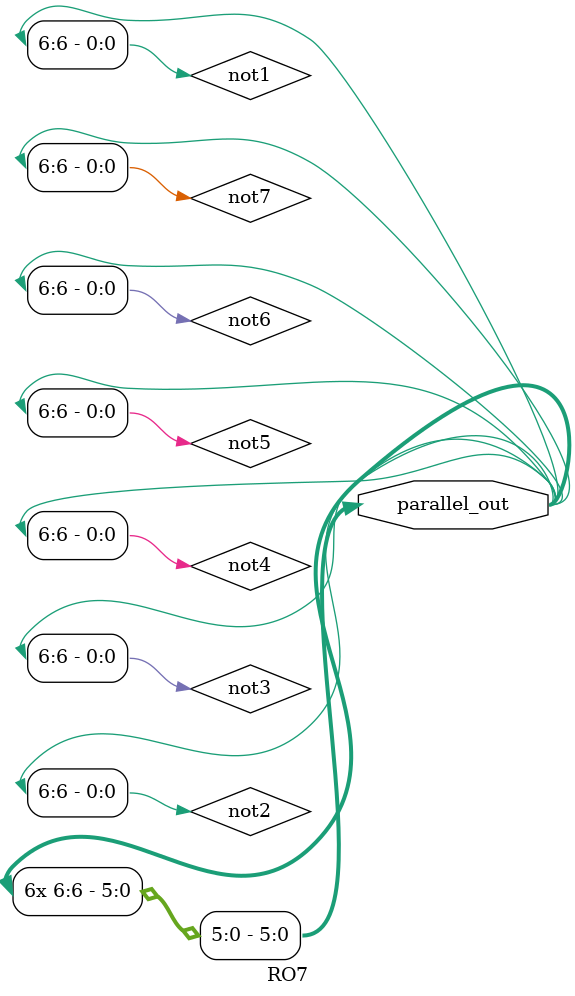
<source format=sv>

(* keep_hierarchy = "yes" *)
(* DONT_TOUCH = "yes" *)
(* keep = "true" *)
module RO7(
    output [6:0] parallel_out
);
    
    // Internal wires
    (* keep = "true" *) wire not1, not2, not3, not4, not5, not6, not7;


    // Create NOT gates
    assign not1 = ~not7;
    assign not2 = ~not1;
    assign not3 = ~not2;
    assign not4 = ~not3;
    assign not5 = ~not4;
    assign not6 = ~not5;
    assign not7 = ~not6;

    // Output
    assign parallel_out = {not1, not2, not3, not4, not5, not6, not7};


endmodule
</source>
